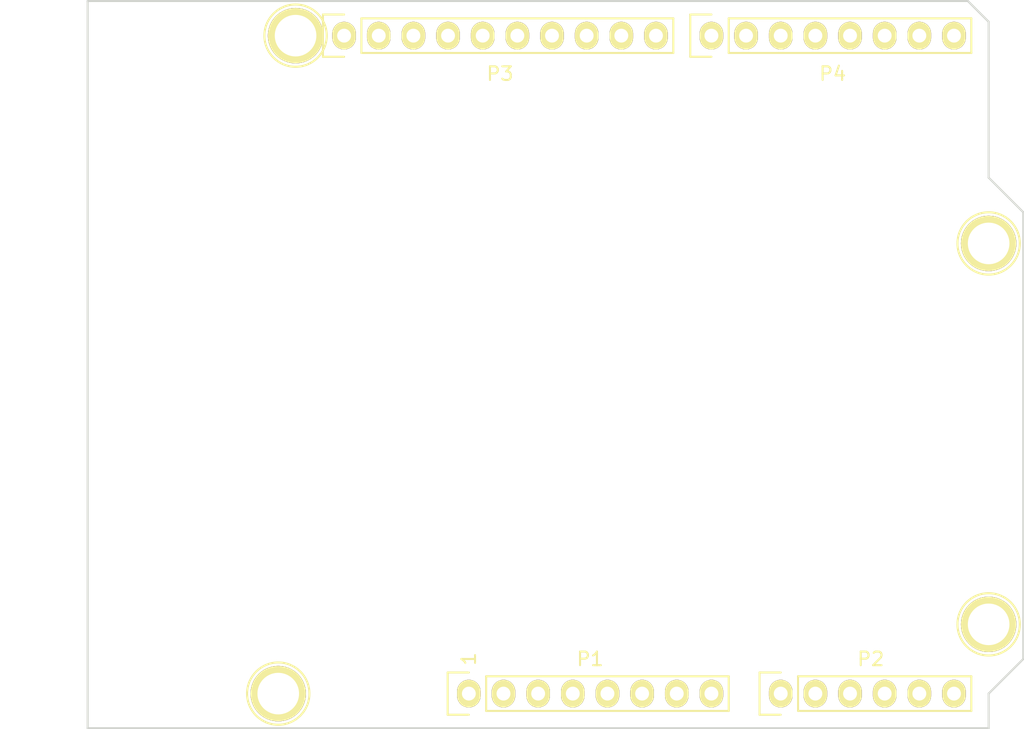
<source format=kicad_pcb>
(kicad_pcb (version 20221018) (generator pcbnew)
  (title_block (date "lun. 30 mars 2015"))
  (layers (0 "F.Cu" signal) (31 "B.Cu" signal) (34 "B.Paste" user) (35 "F.Paste" user) (36 "B.SilkS" user "B.Silkscreen") (37 "F.SilkS" user "F.Silkscreen") (38 "B.Mask" user) (39 "F.Mask" user) (44 "Edge.Cuts" user))
  (net 0 "")
  (net 1 "/IOREF")
  (net 2 "/Reset")
  (net 3 "+5V")
  (net 4 "GND")
  (net 5 "/Vin")
  (net 6 "/A0")
  (net 7 "/A1")
  (net 8 "/A2")
  (net 9 "/A3")
  (net 10 "/AREF")
  (net 11 "/A4(SDA)")
  (net 12 "/A5(SCL)")
  (net 13 "/9(**)")
  (net 14 "/8")
  (net 15 "/7")
  (net 16 "/6(**)")
  (net 17 "/5(**)")
  (net 18 "/4")
  (net 19 "/3(**)")
  (net 20 "/2")
  (net 21 "/1(Tx)")
  (net 22 "/0(Rx)")
  (net 23 "Net-(P5-Pad1)")
  (net 24 "Net-(P6-Pad1)")
  (net 25 "Net-(P7-Pad1)")
  (net 26 "Net-(P8-Pad1)")
  (net 27 "/13(SCK)")
  (net 28 "/10(**/SS)")
  (net 29 "Net-(P1-Pad1)")
  (net 30 "+3V3")
  (net 31 "/12(MISO)")
  (net 32 "/11(**/MOSI)")
  (footprint "Socket_Arduino_Uno:Socket_Strip_Arduino_1x08" (layer "F.Cu") (at 138.938 123.825)
    (fp_text reference "P1" (at 8.89 -2.54) (layer "F.SilkS"))
    (fp_text value "Power")
    (fp_line (start -1.55 -1.55) (end -1.55 1.55) (stroke (width 0.15)) (layer "F.SilkS"))
    (fp_line (start -1.55 1.55) (end 0 1.55) (stroke (width 0.15)) (layer "F.SilkS"))
    (fp_line (start 0 -1.55) (end -1.55 -1.55) (stroke (width 0.15)) (layer "F.SilkS"))
    (fp_line (start 1.27 1.27) (end 1.27 -1.27) (stroke (width 0.15)) (layer "F.SilkS"))
    (fp_line (start 1.27 1.27) (end 19.05 1.27) (stroke (width 0.15)) (layer "F.SilkS"))
    (fp_line (start 19.05 -1.27) (end 1.27 -1.27) (stroke (width 0.15)) (layer "F.SilkS"))
    (fp_line (start 19.05 1.27) (end 19.05 -1.27) (stroke (width 0.15)) (layer "F.SilkS"))
    (pad "1" thru_hole oval locked (at 0 0) (size 1.7272 2.032) (drill 1.016) (layers "*.Cu" "*.Mask" "F.SilkS") (net 29 "Net-(P1-Pad1)"))
    (pad "2" thru_hole oval locked (at 2.54 0) (size 1.7272 2.032) (drill 1.016) (layers "*.Cu" "*.Mask" "F.SilkS") (net 1 "/IOREF"))
    (pad "3" thru_hole oval locked (at 5.08 0) (size 1.7272 2.032) (drill 1.016) (layers "*.Cu" "*.Mask" "F.SilkS") (net 2 "/Reset"))
    (pad "4" thru_hole oval locked (at 7.62 0) (size 1.7272 2.032) (drill 1.016) (layers "*.Cu" "*.Mask" "F.SilkS") (net 30 "+3V3"))
    (pad "5" thru_hole oval locked (at 10.16 0) (size 1.7272 2.032) (drill 1.016) (layers "*.Cu" "*.Mask" "F.SilkS") (net 3 "+5V"))
    (pad "6" thru_hole oval locked (at 12.7 0) (size 1.7272 2.032) (drill 1.016) (layers "*.Cu" "*.Mask" "F.SilkS") (net 4 "GND"))
    (pad "7" thru_hole oval locked (at 15.24 0) (size 1.7272 2.032) (drill 1.016) (layers "*.Cu" "*.Mask" "F.SilkS") (net 4 "GND"))
    (pad "8" thru_hole oval locked (at 17.78 0) (size 1.7272 2.032) (drill 1.016) (layers "*.Cu" "*.Mask" "F.SilkS") (net 5 "/Vin"))
  )
  (footprint "Socket_Arduino_Uno:Socket_Strip_Arduino_1x06" (layer "F.Cu") (at 161.798 123.825)
    (fp_text reference "P2" (at 6.604 -2.54) (layer "F.SilkS"))
    (fp_text value "Analog")
    (fp_line (start -1.55 -1.55) (end -1.55 1.55) (stroke (width 0.15)) (layer "F.SilkS"))
    (fp_line (start -1.55 1.55) (end 0 1.55) (stroke (width 0.15)) (layer "F.SilkS"))
    (fp_line (start 0 -1.55) (end -1.55 -1.55) (stroke (width 0.15)) (layer "F.SilkS"))
    (fp_line (start 1.27 1.27) (end 1.27 -1.27) (stroke (width 0.15)) (layer "F.SilkS"))
    (fp_line (start 1.27 1.27) (end 13.97 1.27) (stroke (width 0.15)) (layer "F.SilkS"))
    (fp_line (start 13.97 -1.27) (end 1.27 -1.27) (stroke (width 0.15)) (layer "F.SilkS"))
    (fp_line (start 13.97 1.27) (end 13.97 -1.27) (stroke (width 0.15)) (layer "F.SilkS"))
    (pad "1" thru_hole oval locked (at 0 0) (size 1.7272 2.032) (drill 1.016) (layers "*.Cu" "*.Mask" "F.SilkS") (net 6 "/A0"))
    (pad "2" thru_hole oval locked (at 2.54 0) (size 1.7272 2.032) (drill 1.016) (layers "*.Cu" "*.Mask" "F.SilkS") (net 7 "/A1"))
    (pad "3" thru_hole oval locked (at 5.08 0) (size 1.7272 2.032) (drill 1.016) (layers "*.Cu" "*.Mask" "F.SilkS") (net 8 "/A2"))
    (pad "4" thru_hole oval locked (at 7.62 0) (size 1.7272 2.032) (drill 1.016) (layers "*.Cu" "*.Mask" "F.SilkS") (net 9 "/A3"))
    (pad "5" thru_hole oval locked (at 10.16 0) (size 1.7272 2.032) (drill 1.016) (layers "*.Cu" "*.Mask" "F.SilkS") (net 11 "/A4(SDA)"))
    (pad "6" thru_hole oval locked (at 12.7 0) (size 1.7272 2.032) (drill 1.016) (layers "*.Cu" "*.Mask" "F.SilkS") (net 12 "/A5(SCL)"))
  )
  (footprint "Socket_Arduino_Uno:Socket_Strip_Arduino_1x10" (layer "F.Cu") (at 129.794 75.565)
    (fp_text reference "P3" (at 11.43 2.794) (layer "F.SilkS"))
    (fp_text value "Digital")
    (fp_line (start -1.55 -1.55) (end -1.55 1.55) (stroke (width 0.15)) (layer "F.SilkS"))
    (fp_line (start -1.55 1.55) (end 0 1.55) (stroke (width 0.15)) (layer "F.SilkS"))
    (fp_line (start 0 -1.55) (end -1.55 -1.55) (stroke (width 0.15)) (layer "F.SilkS"))
    (fp_line (start 1.27 1.27) (end 1.27 -1.27) (stroke (width 0.15)) (layer "F.SilkS"))
    (fp_line (start 1.27 1.27) (end 24.13 1.27) (stroke (width 0.15)) (layer "F.SilkS"))
    (fp_line (start 24.13 -1.27) (end 1.27 -1.27) (stroke (width 0.15)) (layer "F.SilkS"))
    (fp_line (start 24.13 1.27) (end 24.13 -1.27) (stroke (width 0.15)) (layer "F.SilkS"))
    (pad "1" thru_hole oval locked (at 0 0) (size 1.7272 2.032) (drill 1.016) (layers "*.Cu" "*.Mask" "F.SilkS") (net 12 "/A5(SCL)"))
    (pad "2" thru_hole oval locked (at 2.54 0) (size 1.7272 2.032) (drill 1.016) (layers "*.Cu" "*.Mask" "F.SilkS") (net 11 "/A4(SDA)"))
    (pad "3" thru_hole oval locked (at 5.08 0) (size 1.7272 2.032) (drill 1.016) (layers "*.Cu" "*.Mask" "F.SilkS") (net 10 "/AREF"))
    (pad "4" thru_hole oval locked (at 7.62 0) (size 1.7272 2.032) (drill 1.016) (layers "*.Cu" "*.Mask" "F.SilkS") (net 4 "GND"))
    (pad "5" thru_hole oval locked (at 10.16 0) (size 1.7272 2.032) (drill 1.016) (layers "*.Cu" "*.Mask" "F.SilkS") (net 27 "/13(SCK)"))
    (pad "6" thru_hole oval locked (at 12.7 0) (size 1.7272 2.032) (drill 1.016) (layers "*.Cu" "*.Mask" "F.SilkS") (net 31 "/12(MISO)"))
    (pad "7" thru_hole oval locked (at 15.24 0) (size 1.7272 2.032) (drill 1.016) (layers "*.Cu" "*.Mask" "F.SilkS") (net 32 "/11(**/MOSI)"))
    (pad "8" thru_hole oval locked (at 17.78 0) (size 1.7272 2.032) (drill 1.016) (layers "*.Cu" "*.Mask" "F.SilkS") (net 28 "/10(**/SS)"))
    (pad "9" thru_hole oval locked (at 20.32 0) (size 1.7272 2.032) (drill 1.016) (layers "*.Cu" "*.Mask" "F.SilkS") (net 13 "/9(**)"))
    (pad "10" thru_hole oval locked (at 22.86 0) (size 1.7272 2.032) (drill 1.016) (layers "*.Cu" "*.Mask" "F.SilkS") (net 14 "/8"))
  )
  (footprint "Socket_Arduino_Uno:Socket_Strip_Arduino_1x08" (layer "F.Cu") (at 156.718 75.565)
    (fp_text reference "P4" (at 8.89 2.794) (layer "F.SilkS"))
    (fp_text value "Digital")
    (fp_line (start -1.55 -1.55) (end -1.55 1.55) (stroke (width 0.15)) (layer "F.SilkS"))
    (fp_line (start -1.55 1.55) (end 0 1.55) (stroke (width 0.15)) (layer "F.SilkS"))
    (fp_line (start 0 -1.55) (end -1.55 -1.55) (stroke (width 0.15)) (layer "F.SilkS"))
    (fp_line (start 1.27 1.27) (end 1.27 -1.27) (stroke (width 0.15)) (layer "F.SilkS"))
    (fp_line (start 1.27 1.27) (end 19.05 1.27) (stroke (width 0.15)) (layer "F.SilkS"))
    (fp_line (start 19.05 -1.27) (end 1.27 -1.27) (stroke (width 0.15)) (layer "F.SilkS"))
    (fp_line (start 19.05 1.27) (end 19.05 -1.27) (stroke (width 0.15)) (layer "F.SilkS"))
    (pad "1" thru_hole oval locked (at 0 0) (size 1.7272 2.032) (drill 1.016) (layers "*.Cu" "*.Mask" "F.SilkS") (net 15 "/7"))
    (pad "2" thru_hole oval locked (at 2.54 0) (size 1.7272 2.032) (drill 1.016) (layers "*.Cu" "*.Mask" "F.SilkS") (net 16 "/6(**)"))
    (pad "3" thru_hole oval locked (at 5.08 0) (size 1.7272 2.032) (drill 1.016) (layers "*.Cu" "*.Mask" "F.SilkS") (net 17 "/5(**)"))
    (pad "4" thru_hole oval locked (at 7.62 0) (size 1.7272 2.032) (drill 1.016) (layers "*.Cu" "*.Mask" "F.SilkS") (net 18 "/4"))
    (pad "5" thru_hole oval locked (at 10.16 0) (size 1.7272 2.032) (drill 1.016) (layers "*.Cu" "*.Mask" "F.SilkS") (net 19 "/3(**)"))
    (pad "6" thru_hole oval locked (at 12.7 0) (size 1.7272 2.032) (drill 1.016) (layers "*.Cu" "*.Mask" "F.SilkS") (net 20 "/2"))
    (pad "7" thru_hole oval locked (at 15.24 0) (size 1.7272 2.032) (drill 1.016) (layers "*.Cu" "*.Mask" "F.SilkS") (net 21 "/1(Tx)"))
    (pad "8" thru_hole oval locked (at 17.78 0) (size 1.7272 2.032) (drill 1.016) (layers "*.Cu" "*.Mask" "F.SilkS") (net 22 "/0(Rx)"))
  )
  (footprint "Socket_Arduino_Uno:Arduino_1pin" (layer "F.Cu") (at 124.968 123.825)
    (fp_text reference "P5" hide)
    (fp_text value "CONN_01X01" hide)
    (fp_circle (center 0 0) (end 0 -2.286) (stroke (width 0.15)) (fill none) (layer "F.SilkS"))
    (pad "1" thru_hole circle locked (at 0 0) (size 4.064 4.064) (drill 3.048) (layers "*.Cu" "*.Mask" "F.SilkS") (net 23 "Net-(P5-Pad1)"))
  )
  (footprint "Socket_Arduino_Uno:Arduino_1pin" (layer "F.Cu") (at 177.038 118.745)
    (fp_text reference "P6" hide)
    (fp_text value "CONN_01X01" hide)
    (fp_circle (center 0 0) (end 0 -2.286) (stroke (width 0.15)) (fill none) (layer "F.SilkS"))
    (pad "1" thru_hole circle locked (at 0 0) (size 4.064 4.064) (drill 3.048) (layers "*.Cu" "*.Mask" "F.SilkS") (net 24 "Net-(P6-Pad1)"))
  )
  (footprint "Socket_Arduino_Uno:Arduino_1pin" (layer "F.Cu") (at 126.238 75.565)
    (fp_text reference "P7" hide)
    (fp_text value "CONN_01X01" hide)
    (fp_circle (center 0 0) (end 0 -2.286) (stroke (width 0.15)) (fill none) (layer "F.SilkS"))
    (pad "1" thru_hole circle locked (at 0 0) (size 4.064 4.064) (drill 3.048) (layers "*.Cu" "*.Mask" "F.SilkS") (net 25 "Net-(P7-Pad1)"))
  )
  (footprint "Socket_Arduino_Uno:Arduino_1pin" (layer "F.Cu") (at 177.038 90.805)
    (fp_text reference "P8" hide)
    (fp_text value "CONN_01X01" hide)
    (fp_circle (center 0 0) (end 0 -2.286) (stroke (width 0.15)) (fill none) (layer "F.SilkS"))
    (pad "1" thru_hole circle locked (at 0 0) (size 4.064 4.064) (drill 3.048) (layers "*.Cu" "*.Mask" "F.SilkS") (net 26 "Net-(P8-Pad1)"))
  )
  (gr_line (start 179.578 88.519) (end 177.038 85.979) (stroke (width 0.15)) (layer "Edge.Cuts"))
  (gr_line (start 110.998 126.365) (end 177.038 126.365) (stroke (width 0.15)) (layer "Edge.Cuts"))
  (gr_line (start 177.038 74.549) (end 175.514 73.025) (stroke (width 0.15)) (layer "Edge.Cuts"))
  (gr_line (start 177.038 123.825) (end 179.578 121.285) (stroke (width 0.15)) (layer "Edge.Cuts"))
  (gr_line (start 110.998 73.025) (end 110.998 126.365) (stroke (width 0.15)) (layer "Edge.Cuts"))
  (gr_line (start 179.578 121.285) (end 179.578 88.519) (stroke (width 0.15)) (layer "Edge.Cuts"))
  (gr_line (start 177.038 85.979) (end 177.038 74.549) (stroke (width 0.15)) (layer "Edge.Cuts"))
  (gr_line (start 177.038 126.365) (end 177.038 123.825) (stroke (width 0.15)) (layer "Edge.Cuts"))
  (gr_line (start 175.514 73.025) (end 110.998 73.025) (stroke (width 0.15)) (layer "Edge.Cuts"))
  (gr_text "1" (at 138.938 121.285 90) (layer "F.SilkS") (effects (font (size 1 1))))
)
</source>
